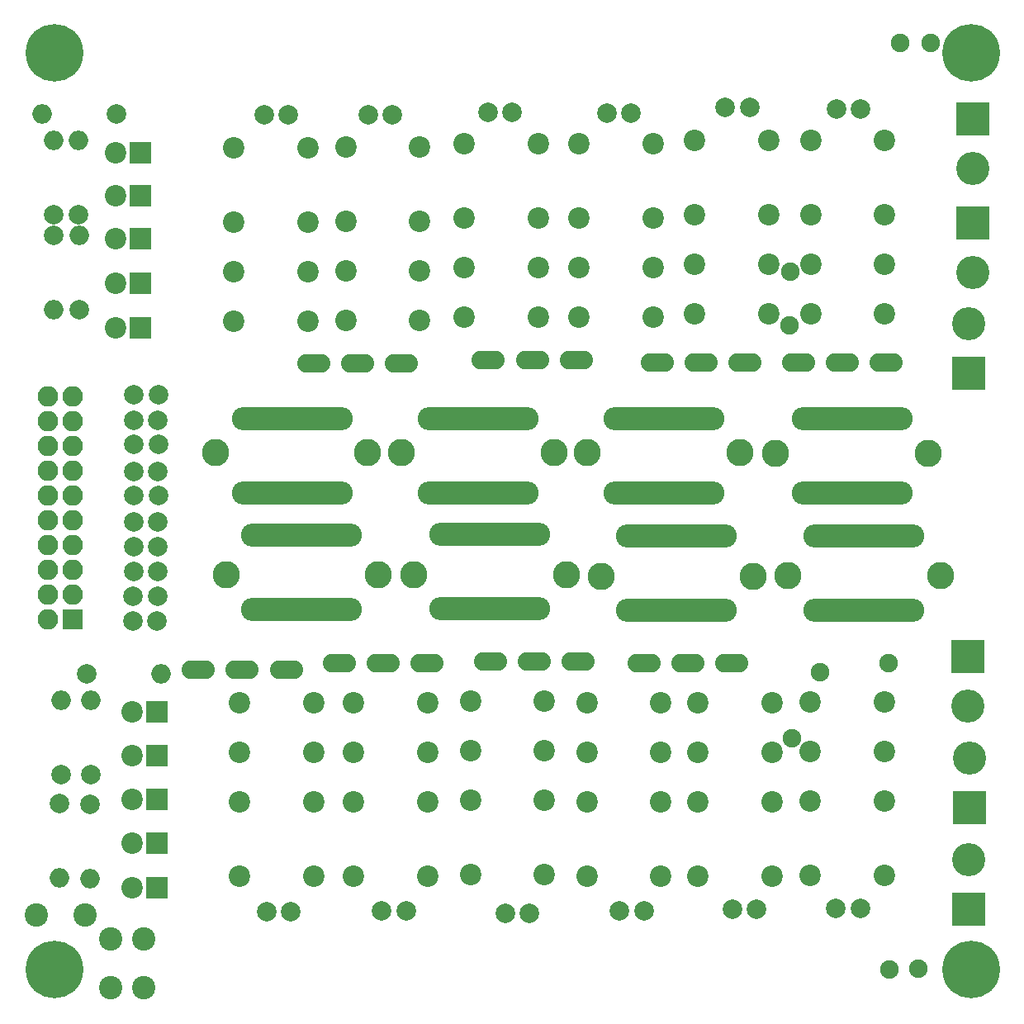
<source format=gbr>
G04 #@! TF.FileFunction,Soldermask,Top*
%FSLAX46Y46*%
G04 Gerber Fmt 4.6, Leading zero omitted, Abs format (unit mm)*
G04 Created by KiCad (PCBNEW 4.0.7) date 10/30/18 22:57:11*
%MOMM*%
%LPD*%
G01*
G04 APERTURE LIST*
%ADD10C,0.100000*%
%ADD11C,2.200000*%
%ADD12C,2.000000*%
%ADD13O,2.000000X2.000000*%
%ADD14R,2.200000X2.200000*%
%ADD15R,3.400000X3.400000*%
%ADD16C,3.400000*%
%ADD17C,5.900000*%
%ADD18O,3.400000X1.900000*%
%ADD19R,2.100000X2.100000*%
%ADD20O,2.100000X2.100000*%
%ADD21C,2.400000*%
%ADD22C,2.100000*%
%ADD23O,12.400000X2.400000*%
%ADD24C,2.800000*%
%ADD25O,1.900000X1.900000*%
G04 APERTURE END LIST*
D10*
D11*
X71973280Y-129766080D03*
X71973280Y-119606080D03*
X71973280Y-124686080D03*
X79573280Y-124686080D03*
X79573280Y-129766080D03*
X79573280Y-119606080D03*
X71973280Y-137386080D03*
X79573280Y-137386080D03*
D12*
X53479700Y-129921000D03*
D13*
X53479700Y-137541000D03*
D12*
X85156040Y-59359800D03*
X87656040Y-59359800D03*
X63535560Y-111257080D03*
X61035560Y-111257080D03*
D14*
X63538100Y-129552700D03*
D11*
X60998100Y-129552700D03*
D12*
X52946300Y-71691500D03*
D13*
X52946300Y-79311500D03*
D14*
X63538100Y-138582400D03*
D11*
X60998100Y-138582400D03*
D14*
X63538100Y-133997700D03*
D11*
X60998100Y-133997700D03*
D15*
X146657060Y-114861340D03*
D16*
X146657060Y-119941340D03*
D15*
X147116800Y-70408800D03*
D16*
X147116800Y-75488800D03*
D12*
X113436400Y-140985240D03*
X110936400Y-140985240D03*
X101727000Y-141224000D03*
X99227000Y-141224000D03*
X89077800Y-140970000D03*
X86577800Y-140970000D03*
X77231240Y-141046200D03*
X74731240Y-141046200D03*
X74488040Y-59359800D03*
X76988040Y-59359800D03*
X97454720Y-59065160D03*
X99954720Y-59065160D03*
X109611160Y-59151520D03*
X112111160Y-59151520D03*
X121762520Y-58618120D03*
X124262520Y-58618120D03*
X135620760Y-140705840D03*
X133120760Y-140705840D03*
X59334400Y-59283600D03*
D13*
X51714400Y-59283600D03*
D15*
X147116800Y-59740800D03*
D16*
X147116800Y-64820800D03*
D17*
X147000000Y-53000000D03*
X53000000Y-147000000D03*
D12*
X52920900Y-69596000D03*
D13*
X52920900Y-61976000D03*
D14*
X63538100Y-125031500D03*
D11*
X60998100Y-125031500D03*
D14*
X63512700Y-120535700D03*
D11*
X60972700Y-120535700D03*
D14*
X61800000Y-81200000D03*
D11*
X59260000Y-81200000D03*
D14*
X61800000Y-76600000D03*
D11*
X59260000Y-76600000D03*
D14*
X61800000Y-72000000D03*
D11*
X59260000Y-72000000D03*
D12*
X56667400Y-130048000D03*
D13*
X56667400Y-137668000D03*
D12*
X53644800Y-127025400D03*
D13*
X53644800Y-119405400D03*
D12*
X56730900Y-126949200D03*
D13*
X56730900Y-119329200D03*
D12*
X56273700Y-116624100D03*
D13*
X63893700Y-116624100D03*
D12*
X55525000Y-79325000D03*
D13*
X55525000Y-71705000D03*
D12*
X55475000Y-69625000D03*
D13*
X55475000Y-62005000D03*
D18*
X119329200Y-84734400D03*
X123829200Y-84734400D03*
X114829200Y-84734400D03*
X102000000Y-84500000D03*
X106500000Y-84500000D03*
X97500000Y-84500000D03*
X84100000Y-84800000D03*
X88600000Y-84800000D03*
X79600000Y-84800000D03*
X86680040Y-115559840D03*
X82180040Y-115559840D03*
X91180040Y-115559840D03*
X102224840Y-115366800D03*
X97724840Y-115366800D03*
X106724840Y-115366800D03*
X117922040Y-115519200D03*
X113422040Y-115519200D03*
X122422040Y-115519200D03*
D14*
X61800000Y-67600000D03*
D11*
X59260000Y-67600000D03*
D14*
X61800000Y-63200000D03*
D11*
X59260000Y-63200000D03*
D18*
X72263000Y-116205000D03*
X67763000Y-116205000D03*
X76763000Y-116205000D03*
D15*
X146710400Y-140817600D03*
D16*
X146710400Y-135737600D03*
D15*
X146812000Y-130352800D03*
D16*
X146812000Y-125272800D03*
D15*
X146723100Y-85839300D03*
D16*
X146723100Y-80759300D03*
D18*
X133756400Y-84734400D03*
X129256400Y-84734400D03*
X138256400Y-84734400D03*
D19*
X54864000Y-111061500D03*
D20*
X52324000Y-111061500D03*
X54864000Y-108521500D03*
X52324000Y-108521500D03*
X54864000Y-105981500D03*
X52324000Y-105981500D03*
X54864000Y-103441500D03*
X52324000Y-103441500D03*
X54864000Y-100901500D03*
X52324000Y-100901500D03*
X54864000Y-98361500D03*
X52324000Y-98361500D03*
X54864000Y-95821500D03*
X52324000Y-95821500D03*
X54864000Y-93281500D03*
X52324000Y-93281500D03*
X54864000Y-90741500D03*
X52324000Y-90741500D03*
X54864000Y-88201500D03*
X52324000Y-88201500D03*
D12*
X125003560Y-140817600D03*
X122503560Y-140817600D03*
X133162040Y-58785760D03*
X135662040Y-58785760D03*
X63652400Y-88011000D03*
X61152400Y-88011000D03*
X63601600Y-90627200D03*
X61101600Y-90627200D03*
X63652400Y-93141800D03*
X61152400Y-93141800D03*
X63601600Y-95935800D03*
X61101600Y-95935800D03*
X63652400Y-98399600D03*
X61152400Y-98399600D03*
X63601600Y-101041200D03*
X61101600Y-101041200D03*
X63627000Y-103632000D03*
X61127000Y-103632000D03*
X63627000Y-106146600D03*
X61127000Y-106146600D03*
X63591440Y-108686600D03*
X61091440Y-108686600D03*
D21*
X58790840Y-148859240D03*
X58790840Y-143859240D03*
X62191900Y-148805900D03*
X62191900Y-143805900D03*
X56121300Y-141401800D03*
X51121300Y-141401800D03*
D17*
X147000000Y-147000000D03*
D22*
X93094800Y-109968800D03*
X96094800Y-109968800D03*
X99094800Y-109968800D03*
X102094800Y-109968800D03*
X93094800Y-102365800D03*
X96094800Y-102365800D03*
X99094800Y-102365800D03*
X102094800Y-102365800D03*
D23*
X97594800Y-109968800D03*
X97594800Y-102365800D03*
D24*
X89840800Y-106476800D03*
X105460800Y-106476800D03*
D22*
X112271800Y-110146600D03*
X115271800Y-110146600D03*
X118271800Y-110146600D03*
X121271800Y-110146600D03*
X112271800Y-102543600D03*
X115271800Y-102543600D03*
X118271800Y-102543600D03*
X121271800Y-102543600D03*
D23*
X116771800Y-110146600D03*
X116771800Y-102543600D03*
D24*
X109017800Y-106654600D03*
X124637800Y-106654600D03*
D22*
X131461500Y-110108500D03*
X134461500Y-110108500D03*
X137461500Y-110108500D03*
X140461500Y-110108500D03*
X131461500Y-102505500D03*
X134461500Y-102505500D03*
X137461500Y-102505500D03*
X140461500Y-102505500D03*
D23*
X135961500Y-110108500D03*
X135961500Y-102505500D03*
D24*
X128207500Y-106616500D03*
X143827500Y-106616500D03*
D22*
X73841600Y-110019600D03*
X76841600Y-110019600D03*
X79841600Y-110019600D03*
X82841600Y-110019600D03*
X73841600Y-102416600D03*
X76841600Y-102416600D03*
X79841600Y-102416600D03*
X82841600Y-102416600D03*
D23*
X78341600Y-110019600D03*
X78341600Y-102416600D03*
D24*
X70587600Y-106527600D03*
X86207600Y-106527600D03*
D22*
X81860400Y-90488000D03*
X78860400Y-90488000D03*
X75860400Y-90488000D03*
X72860400Y-90488000D03*
X81860400Y-98091000D03*
X78860400Y-98091000D03*
X75860400Y-98091000D03*
X72860400Y-98091000D03*
D23*
X77360400Y-90488000D03*
X77360400Y-98091000D03*
D24*
X85114400Y-93980000D03*
X69494400Y-93980000D03*
D22*
X100946000Y-90508000D03*
X97946000Y-90508000D03*
X94946000Y-90508000D03*
X91946000Y-90508000D03*
X100946000Y-98111000D03*
X97946000Y-98111000D03*
X94946000Y-98111000D03*
X91946000Y-98111000D03*
D23*
X96446000Y-90508000D03*
X96446000Y-98111000D03*
D24*
X104200000Y-94000000D03*
X88580000Y-94000000D03*
D22*
X120011200Y-90488000D03*
X117011200Y-90488000D03*
X114011200Y-90488000D03*
X111011200Y-90488000D03*
X120011200Y-98091000D03*
X117011200Y-98091000D03*
X114011200Y-98091000D03*
X111011200Y-98091000D03*
D23*
X115511200Y-90488000D03*
X115511200Y-98091000D03*
D24*
X123265200Y-93980000D03*
X107645200Y-93980000D03*
D22*
X139315200Y-90538800D03*
X136315200Y-90538800D03*
X133315200Y-90538800D03*
X130315200Y-90538800D03*
X139315200Y-98141800D03*
X136315200Y-98141800D03*
X133315200Y-98141800D03*
X130315200Y-98141800D03*
D23*
X134815200Y-90538800D03*
X134815200Y-98141800D03*
D24*
X142569200Y-94030800D03*
X126949200Y-94030800D03*
D17*
X53000000Y-53000000D03*
D11*
X130479640Y-129710200D03*
X130479640Y-119550200D03*
X130479640Y-124630200D03*
X138079640Y-124630200D03*
X138079640Y-129710200D03*
X138079640Y-119550200D03*
X130479640Y-137330200D03*
X138079640Y-137330200D03*
X118996300Y-129748300D03*
X118996300Y-119588300D03*
X118996300Y-124668300D03*
X126596300Y-124668300D03*
X126596300Y-129748300D03*
X126596300Y-119588300D03*
X118996300Y-137368300D03*
X126596300Y-137368300D03*
X138135520Y-69557880D03*
X138135520Y-79717880D03*
X138135520Y-74637880D03*
X130535520Y-74637880D03*
X130535520Y-69557880D03*
X130535520Y-79717880D03*
X138135520Y-61937880D03*
X130535520Y-61937880D03*
X126233080Y-69557880D03*
X126233080Y-79717880D03*
X126233080Y-74637880D03*
X118633080Y-74637880D03*
X118633080Y-69557880D03*
X118633080Y-79717880D03*
X126233080Y-61937880D03*
X118633080Y-61937880D03*
X114366200Y-69898240D03*
X114366200Y-80058240D03*
X114366200Y-74978240D03*
X106766200Y-74978240D03*
X106766200Y-69898240D03*
X106766200Y-80058240D03*
X114366200Y-62278240D03*
X106766200Y-62278240D03*
X90469880Y-70228440D03*
X90469880Y-80388440D03*
X90469880Y-75308440D03*
X82869880Y-75308440D03*
X82869880Y-70228440D03*
X82869880Y-80388440D03*
X90469880Y-62608440D03*
X82869880Y-62608440D03*
X78971300Y-70314800D03*
X78971300Y-80474800D03*
X78971300Y-75394800D03*
X71371300Y-75394800D03*
X71371300Y-70314800D03*
X71371300Y-80474800D03*
X78971300Y-62694800D03*
X71371300Y-62694800D03*
X83642040Y-129786400D03*
X83642040Y-119626400D03*
X83642040Y-124706400D03*
X91242040Y-124706400D03*
X91242040Y-129786400D03*
X91242040Y-119626400D03*
X83642040Y-137406400D03*
X91242040Y-137406400D03*
X95641000Y-129634000D03*
X95641000Y-119474000D03*
X95641000Y-124554000D03*
X103241000Y-124554000D03*
X103241000Y-129634000D03*
X103241000Y-119474000D03*
X95641000Y-137254000D03*
X103241000Y-137254000D03*
X107579000Y-129761000D03*
X107579000Y-119601000D03*
X107579000Y-124681000D03*
X115179000Y-124681000D03*
X115179000Y-129761000D03*
X115179000Y-119601000D03*
X107579000Y-137381000D03*
X115179000Y-137381000D03*
X102595840Y-69893160D03*
X102595840Y-80053160D03*
X102595840Y-74973160D03*
X94995840Y-74973160D03*
X94995840Y-69893160D03*
X94995840Y-80053160D03*
X102595840Y-62273160D03*
X94995840Y-62273160D03*
D25*
X128638300Y-123240800D03*
X131483100Y-116459000D03*
X138506200Y-115595400D03*
X128422400Y-75387200D03*
X128397000Y-80937100D03*
X142875000Y-51981100D03*
X139725400Y-51955700D03*
X138633200Y-146989800D03*
X141579600Y-146913600D03*
M02*

</source>
